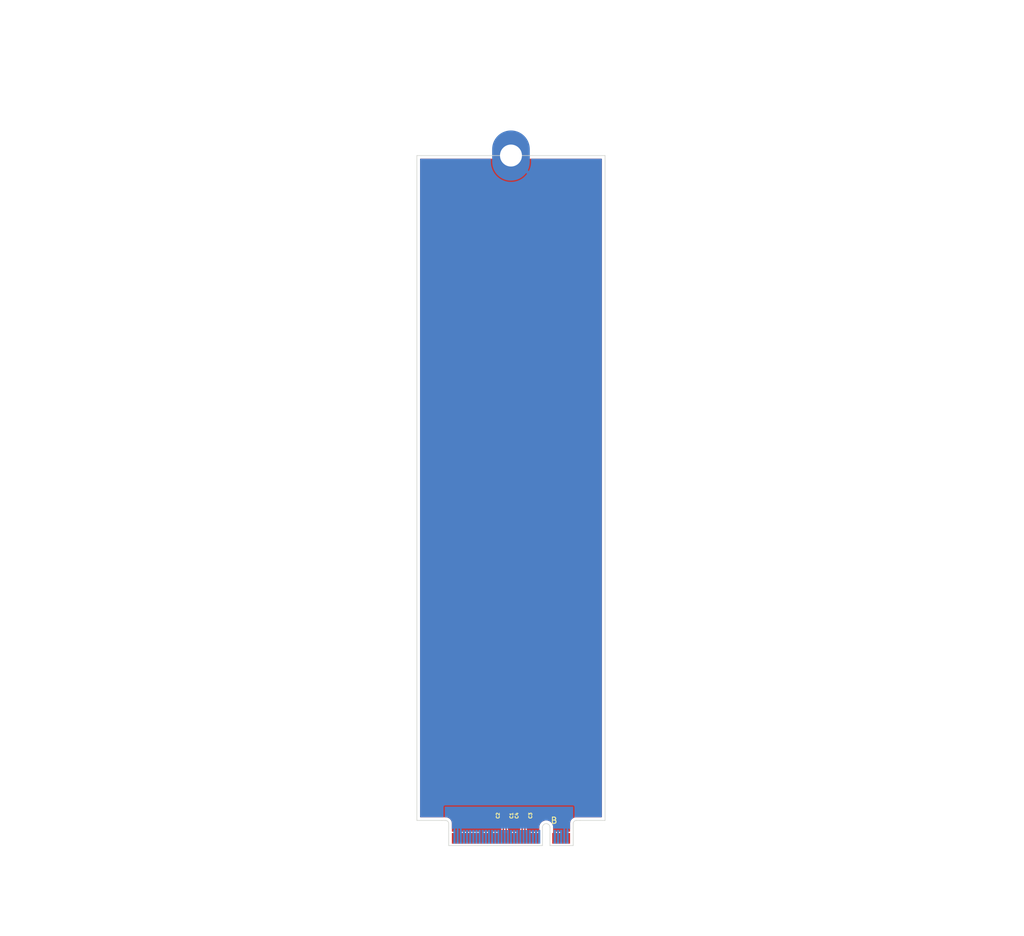
<source format=kicad_pcb>
(kicad_pcb (version 20241229) (generator "pcbnew") (generator_version "9.0")
  (layers (0 "F.Cu" signal) (2 "B.Cu" signal) (13 "F.Paste" user) (15 "B.Paste" user) (5 "F.SilkS" user "F.Silkscreen") (7 "B.SilkS" user "B.Silkscreen") (1 "F.Mask" user) (3 "B.Mask" user) (25 "Edge.Cuts" user))
  (net 0 "")
  (net 1 "/M.2 B key/PET1N")
  (net 2 "/M.2 B key/PET1P")
  (net 3 "/M.2 B key/PET0P")
  (net 4 "/M.2 B key/PET0N")
  (net 5 "/PET1-")
  (net 6 "/PET0-")
  (net 7 "/CONFIG_3")
  (net 8 "+3.3V")
  (net 9 "GND")
  (net 10 "/FULL_CARD_PWR_OFF#")
  (net 11 "/USB_D+")
  (net 12 "/W_DISABLE1#")
  (net 13 "/USB_D-")
  (net 14 "/GPIO_9{slash}LED#1")
  (net 15 "/GPIO_5")
  (net 16 "/CONFIG_0")
  (net 17 "/GPIO_6")
  (net 18 "/DPR")
  (net 19 "/GPIO_7")
  (net 20 "/GPIO_11")
  (net 21 "/GPIO_10")
  (net 22 "/GPIO_8")
  (net 23 "/UIM-RESET")
  (net 24 "/UIM-CLK")
  (net 25 "/UIM-DATA")
  (net 26 "/PER1-")
  (net 27 "/UIM-PWR")
  (net 28 "/PER1+")
  (net 29 "/DEVSLP")
  (net 30 "/GPIO_0")
  (net 31 "/GPIO_1")
  (net 32 "/GPIO_2")
  (net 33 "/GPIO_3")
  (net 34 "/PER0-")
  (net 35 "/GPIO_4")
  (net 36 "/PER0+")
  (net 37 "/PERST#")
  (net 38 "/CLKREQ#")
  (net 39 "/REFCLK-")
  (net 40 "/PEWAKE#")
  (net 41 "/REFCLK+")
  (net 44 "/ANTCTL0")
  (net 46 "/ANTCTL1")
  (net 48 "/ANTCTL2")
  (net 50 "/ANTCTL3")
  (net 51 "/SIM_DETECT")
  (net 52 "/RESET#")
  (net 53 "/SUSCLK")
  (net 54 "/CONFIG_1")
  (net 55 "/CONFIG_2")
  (net 56 "/PET0+")
  (net 57 "/PET1+")
  (footprint "Capacitor_SMD:C_0201_0603Metric" (layer "F.Cu") (at 110.41 153.47 90)
    (property "Reference" "C4" (at 0 -0.72 90) (layer "F.SilkS") (effects (font (size 0.5 0.5))))
    (property "Value" "220nF")
    (pad "1" smd roundrect (at -0.32 0 90) (size 0.46 0.4) (layers "F.Cu" "F.Mask") (net 2 "/M.2 B key/PET1P"))
    (pad "2" smd roundrect (at 0.32 0 90) (size 0.46 0.4) (layers "F.Cu" "F.Mask") (net 57 "/PET1+"))
  )
  (footprint "Capacitor_SMD:C_0201_0603Metric" (layer "F.Cu") (at 108.11 153.47 90)
    (property "Reference" "C1" (at 0 0.73 270) (layer "F.SilkS") (effects (font (size 0.5 0.5))))
    (property "Value" "220nF")
    (pad "1" smd roundrect (at -0.32 0 90) (size 0.46 0.4) (layers "F.Cu" "F.Mask") (net 4 "/M.2 B key/PET0N"))
    (pad "2" smd roundrect (at 0.32 0 90) (size 0.46 0.4) (layers "F.Cu" "F.Mask") (net 6 "/PET0-"))
  )
  (footprint "Capacitor_SMD:C_0201_0603Metric" (layer "F.Cu") (at 111.11 153.47 90)
    (property "Reference" "C3" (at 0 0.75 90) (layer "F.SilkS") (effects (font (size 0.5 0.5))))
    (property "Value" "220nF")
    (pad "1" smd roundrect (at -0.32 0 90) (size 0.46 0.4) (layers "F.Cu" "F.Mask") (net 1 "/M.2 B key/PET1N"))
    (pad "2" smd roundrect (at 0.32 0 90) (size 0.46 0.4) (layers "F.Cu" "F.Mask") (net 5 "/PET1-"))
  )
  (footprint "Capacitor_SMD:C_0201_0603Metric" (layer "F.Cu") (at 107.41 153.47 90)
    (property "Reference" "C2" (at 0 -0.73 90) (layer "F.SilkS") (effects (font (size 0.5 0.5))))
    (property "Value" "220nF")
    (pad "1" smd roundrect (at -0.32 0 90) (size 0.46 0.4) (layers "F.Cu" "F.Mask") (net 3 "/M.2 B key/PET0P"))
    (pad "2" smd roundrect (at 0.32 0 90) (size 0.46 0.4) (layers "F.Cu" "F.Mask") (net 56 "/PET0+"))
  )
  (footprint "PCIexpress:M.2 B Key Connector" (layer "F.Cu") (at 108.76 157.13)
    (property "Reference" "J1")
    (property "Value" "~")
    (fp_line (start -11 -2.89) (end -10.425 -2.89) (stroke (width 0.1)) (layer "Edge.Cuts") (net 1))
    (fp_line (start -9.925 -2.39) (end -9.925 1.11) (stroke (width 0.1)) (layer "Edge.Cuts") (net 1))
    (fp_line (start 5.02 -1.79) (end 5.02 1.11) (stroke (width 0.1)) (layer "Edge.Cuts") (net 1))
    (fp_line (start 5.02 1.11) (end -9.925 1.11) (stroke (width 0.1)) (layer "Edge.Cuts") (net 1))
    (fp_line (start 6.22 -1.79) (end 6.22 1.11) (stroke (width 0.1)) (layer "Edge.Cuts") (net 1))
    (fp_line (start 6.225333 1.11) (end 9.925 1.11) (stroke (width 0.1)) (layer "Edge.Cuts") (net 1))
    (fp_line (start 9.925 -2.39) (end 9.925 1.11) (stroke (width 0.1)) (layer "Edge.Cuts") (net 1))
    (fp_line (start 10.425 -2.89) (end 11 -2.89) (stroke (width 0.1)) (layer "Edge.Cuts") (net 1))
    (fp_arc (start -10.425 -2.89) (mid -10.071447 -2.743553) (end -9.925 -2.39) (stroke (width 0.1)) (layer "Edge.Cuts") (net 1))
    (fp_arc (start 5.02 -1.79) (mid 5.62 -2.39) (end 6.22 -1.79) (stroke (width 0.1)) (layer "Edge.Cuts") (net 1))
    (fp_arc (start 9.925 -2.39) (mid 10.071447 -2.743553) (end 10.425 -2.89) (stroke (width 0.1)) (layer "Edge.Cuts") (net 1))
    (fp_text user "B" (at 6.27 -2.3 0) (layer "F.SilkS") (effects (justify left bottom)))
    (pad "1" smd rect (at 9.25 -0.04 180) (size 0.35 1.7) (layers "F.Cu") (net 7 "/CONFIG_3"))
    (pad "2" smd rect (at 9 -0.29 180) (size 0.35 2.2) (layers "B.Cu") (net 8 "+3.3V"))
    (pad "3" smd rect (at 8.75 -0.04 180) (size 0.35 1.7) (layers "F.Cu") (net 9 "GND"))
    (pad "4" smd rect (at 8.5 -0.29 180) (size 0.35 2.2) (layers "B.Cu") (net 8 "+3.3V"))
    (pad "5" smd rect (at 8.25 -0.04 180) (size 0.35 1.7) (layers "F.Cu") (net 9 "GND"))
    (pad "6" smd rect (at 8 -0.29 180) (size 0.35 2.2) (layers "B.Cu") (net 10 "/FULL_CARD_PWR_OFF#"))
    (pad "7" smd rect (at 7.75 -0.04 180) (size 0.35 1.7) (layers "F.Cu") (net 11 "/USB_D+"))
    (pad "8" smd rect (at 7.5 -0.29 180) (size 0.35 2.2) (layers "B.Cu") (net 12 "/W_DISABLE1#"))
    (pad "9" smd rect (at 7.25 -0.04 180) (size 0.35 1.7) (layers "F.Cu") (net 13 "/USB_D-"))
    (pad "10" smd rect (at 7 -0.29 180) (size 0.35 2.2) (layers "B.Cu") (net 14 "/GPIO_9{slash}LED#1"))
    (pad "11" smd rect (at 6.75 -0.04 180) (size 0.35 1.7) (layers "F.Cu") (net 9 "GND"))
    (pad "20" smd rect (at 4.5 -0.29 180) (size 0.35 2.2) (layers "B.Cu") (net 15 "/GPIO_5"))
    (pad "21" smd rect (at 4.25 -0.04 180) (size 0.35 1.7) (layers "F.Cu") (net 16 "/CONFIG_0"))
    (pad "22" smd rect (at 4 -0.29 180) (size 0.35 2.2) (layers "B.Cu") (net 17 "/GPIO_6"))
    (pad "23" smd rect (at 3.75 -0.04 180) (size 0.35 1.7) (layers "F.Cu") (net 18 "/DPR"))
    (pad "24" smd rect (at 3.5 -0.29 180) (size 0.35 2.2) (layers "B.Cu") (net 19 "/GPIO_7"))
    (pad "25" smd rect (at 3.25 -0.04 180) (size 0.35 1.7) (layers "F.Cu") (net 20 "/GPIO_11"))
    (pad "26" smd rect (at 3 -0.29 180) (size 0.35 2.2) (layers "B.Cu") (net 21 "/GPIO_10"))
    (pad "27" smd rect (at 2.75 -0.04 180) (size 0.35 1.7) (layers "F.Cu") (net 9 "GND"))
    (pad "28" smd rect (at 2.5 -0.29 180) (size 0.35 2.2) (layers "B.Cu") (net 22 "/GPIO_8"))
    (pad "29" smd rect (at 2.25 -0.04 180) (size 0.35 1.7) (layers "F.Cu") (net 1 "/M.2 B key/PET1N"))
    (pad "30" smd rect (at 2 -0.29 180) (size 0.35 2.2) (layers "B.Cu") (net 23 "/UIM-RESET"))
    (pad "31" smd rect (at 1.75 -0.04 180) (size 0.35 1.7) (layers "F.Cu") (net 2 "/M.2 B key/PET1P"))
    (pad "32" smd rect (at 1.5 -0.29 180) (size 0.35 2.2) (layers "B.Cu") (net 24 "/UIM-CLK"))
    (pad "33" smd rect (at 1.25 -0.04 180) (size 0.35 1.7) (layers "F.Cu") (net 9 "GND"))
    (pad "34" smd rect (at 1 -0.29 180) (size 0.35 2.2) (layers "B.Cu") (net 25 "/UIM-DATA"))
    (pad "35" smd rect (at 0.75 -0.04 180) (size 0.35 1.7) (layers "F.Cu") (net 26 "/PER1-"))
    (pad "36" smd rect (at 0.5 -0.29 180) (size 0.35 2.2) (layers "B.Cu") (net 27 "/UIM-PWR"))
    (pad "37" smd rect (at 0.25 -0.04 180) (size 0.35 1.7) (layers "F.Cu") (net 28 "/PER1+"))
    (pad "38" smd rect (at 0 -0.29 180) (size 0.35 2.2) (layers "B.Cu") (net 29 "/DEVSLP"))
    (pad "39" smd rect (at -0.25 -0.04 180) (size 0.35 1.7) (layers "F.Cu") (net 9 "GND"))
    (pad "40" smd rect (at -0.5 -0.29 180) (size 0.35 2.2) (layers "B.Cu") (net 30 "/GPIO_0"))
    (pad "41" smd rect (at -0.75 -0.04 180) (size 0.35 1.7) (layers "F.Cu") (net 4 "/M.2 B key/PET0N"))
    (pad "42" smd rect (at -1 -0.29 180) (size 0.35 2.2) (layers "B.Cu") (net 31 "/GPIO_1"))
    (pad "43" smd rect (at -1.25 -0.04 180) (size 0.35 1.7) (layers "F.Cu") (net 3 "/M.2 B key/PET0P"))
    (pad "44" smd rect (at -1.5 -0.29 180) (size 0.35 2.2) (layers "B.Cu") (net 32 "/GPIO_2"))
    (pad "45" smd rect (at -1.75 -0.04 180) (size 0.35 1.7) (layers "F.Cu") (net 9 "GND"))
    (pad "46" smd rect (at -2 -0.29 180) (size 0.35 2.2) (layers "B.Cu") (net 33 "/GPIO_3"))
    (pad "47" smd rect (at -2.25 -0.04 180) (size 0.35 1.7) (layers "F.Cu") (net 34 "/PER0-"))
    (pad "48" smd rect (at -2.5 -0.29 180) (size 0.35 2.2) (layers "B.Cu") (net 35 "/GPIO_4"))
    (pad "49" smd rect (at -2.75 -0.04 180) (size 0.35 1.7) (layers "F.Cu") (net 36 "/PER0+"))
    (pad "50" smd rect (at -3 -0.29 180) (size 0.35 2.2) (layers "B.Cu") (net 37 "/PERST#"))
    (pad "51" smd rect (at -3.25 -0.04 180) (size 0.35 1.7) (layers "F.Cu") (net 9 "GND"))
    (pad "52" smd rect (at -3.5 -0.29 180) (size 0.35 2.2) (layers "B.Cu") (net 38 "/CLKREQ#"))
    (pad "53" smd rect (at -3.75 -0.04 180) (size 0.35 1.7) (layers "F.Cu") (net 39 "/REFCLK-"))
    (pad "54" smd rect (at -4 -0.29 180) (size 0.35 2.2) (layers "B.Cu") (net 40 "/PEWAKE#"))
    (pad "55" smd rect (at -4.25 -0.04 180) (size 0.35 1.7) (layers "F.Cu") (net 41 "/REFCLK+"))
    (pad "56" smd rect (at -4.5 -0.29 180) (size 0.35 2.2) (layers "B.Cu"))
    (pad "57" smd rect (at -4.75 -0.04 180) (size 0.35 1.7) (layers "F.Cu") (net 9 "GND"))
    (pad "58" smd rect (at -5 -0.29 180) (size 0.35 2.2) (layers "B.Cu"))
    (pad "59" smd rect (at -5.25 -0.04 180) (size 0.35 1.7) (layers "F.Cu") (net 44 "/ANTCTL0"))
    (pad "60" smd rect (at -5.5 -0.29 180) (size 0.35 2.2) (layers "B.Cu"))
    (pad "61" smd rect (at -5.75 -0.04 180) (size 0.35 1.7) (layers "F.Cu") (net 46 "/ANTCTL1"))
    (pad "62" smd rect (at -6 -0.29 180) (size 0.35 2.2) (layers "B.Cu"))
    (pad "63" smd rect (at -6.25 -0.04 180) (size 0.35 1.7) (layers "F.Cu") (net 48 "/ANTCTL2"))
    (pad "64" smd rect (at -6.5 -0.29 180) (size 0.35 2.2) (layers "B.Cu"))
    (pad "65" smd rect (at -6.75 -0.04 180) (size 0.35 1.7) (layers "F.Cu") (net 50 "/ANTCTL3"))
    (pad "66" smd rect (at -7 -0.29 180) (size 0.35 2.2) (layers "B.Cu") (net 51 "/SIM_DETECT"))
    (pad "67" smd rect (at -7.25 -0.04 180) (size 0.35 1.7) (layers "F.Cu") (net 52 "/RESET#"))
    (pad "68" smd rect (at -7.5 -0.29 180) (size 0.35 2.2) (layers "B.Cu") (net 53 "/SUSCLK"))
    (pad "69" smd rect (at -7.75 -0.04 180) (size 0.35 1.7) (layers "F.Cu") (net 54 "/CONFIG_1"))
    (pad "70" smd rect (at -8 -0.29 180) (size 0.35 2.2) (layers "B.Cu") (net 8 "+3.3V"))
    (pad "71" smd rect (at -8.25 -0.04 180) (size 0.35 1.7) (layers "F.Cu") (net 9 "GND"))
    (pad "72" smd rect (at -8.5 -0.29 180) (size 0.35 2.2) (layers "B.Cu") (net 8 "+3.3V"))
    (pad "73" smd rect (at -8.75 -0.04 180) (size 0.35 1.7) (layers "F.Cu") (net 9 "GND"))
    (pad "74" smd rect (at -9 -0.29 180) (size 0.35 2.2) (layers "B.Cu") (net 8 "+3.3V"))
    (pad "75" smd rect (at -9.25 -0.04 180) (size 0.35 1.7) (layers "F.Cu") (net 55 "/CONFIG_2"))
  )
  (footprint "Athena KiCAd library:M.2 Mounting Pad" (layer "F.Cu") (at 108.76 48.24)
    (property "Reference" "H1")
    (property "Value" "MountingHole_Pad")
    (pad "1" thru_hole circle (at 0 0) (size 5.5 5.5) (drill 3.5) (property pad_prop_castellated) (layers "*.Cu" "*.Mask") (net 9 "GND") (padstack (mode front_inner_back) (layer "Inner" (shape circle) (size 5.5 5.5)) (layer "B.Cu" (shape oval) (size 6 8))))
  )
  (gr_line (start 119.76 154.24) (end 123.76 154.24) (stroke (width 0.1)) (layer "Edge.Cuts"))
  (gr_line (start 123.76 48.24) (end 93.76 48.24) (stroke (width 0.1)) (layer "Edge.Cuts"))
  (gr_line (start 123.76 154.24) (end 123.76 48.24) (stroke (width 0.1)) (layer "Edge.Cuts"))
  (gr_line (start 97.76 154.24) (end 93.76 154.24) (stroke (width 0.1)) (layer "Edge.Cuts"))
  (gr_line (start 93.76 48.24) (end 93.76 154.24) (stroke (width 0.1)) (layer "Edge.Cuts"))
  (segment (start 111.11 154.135001) (end 111.11 153.79) (width 0.2) (layer "F.Cu") (net 1))
  (segment (start 110.985 154.260001) (end 111.11 154.135001) (width 0.2) (layer "F.Cu") (net 1))
  (segment (start 110.985 155.789999) (end 110.985 154.260001) (width 0.2) (layer "F.Cu") (net 1))
  (segment (start 111.01 155.814999) (end 110.985 155.789999) (width 0.2) (layer "F.Cu") (net 1))
  (segment (start 111.01 157.09) (end 111.01 155.814999) (width 0.2) (layer "F.Cu") (net 1))
  (segment (start 110.535 155.789999) (end 110.535 154.260001) (width 0.2) (layer "F.Cu") (net 2))
  (segment (start 110.51 157.09) (end 110.51 155.814999) (width 0.2) (layer "F.Cu") (net 2))
  (segment (start 110.41 154.135001) (end 110.41 153.79) (width 0.2) (layer "F.Cu") (net 2))
  (segment (start 110.535 154.260001) (end 110.41 154.135001) (width 0.2) (layer "F.Cu") (net 2))
  (segment (start 110.51 155.814999) (end 110.535 155.789999) (width 0.2) (layer "F.Cu") (net 2))
  (segment (start 107.535 154.260001) (end 107.41 154.135001) (width 0.2) (layer "F.Cu") (net 3))
  (segment (start 107.41 154.135001) (end 107.41 153.79) (width 0.2) (layer "F.Cu") (net 3))
  (segment (start 107.51 155.814999) (end 107.535 155.789999) (width 0.2) (layer "F.Cu") (net 3))
  (segment (start 107.51 157.09) (end 107.51 155.814999) (width 0.2) (layer "F.Cu") (net 3))
  (segment (start 107.535 155.789999) (end 107.535 154.260001) (width 0.2) (layer "F.Cu") (net 3))
  (segment (start 108.01 157.09) (end 108.01 155.814999) (width 0.2) (layer "F.Cu") (net 4))
  (segment (start 107.985 154.260001) (end 108.11 154.135001) (width 0.2) (layer "F.Cu") (net 4))
  (segment (start 107.985 155.789999) (end 107.985 154.260001) (width 0.2) (layer "F.Cu") (net 4))
  (segment (start 108.01 155.814999) (end 107.985 155.789999) (width 0.2) (layer "F.Cu") (net 4))
  (segment (start 108.11 154.135001) (end 108.11 153.79) (width 0.2) (layer "F.Cu") (net 4))
  (zone (net 9) (net_name "GND") (layers "F.Cu" "B.Cu") (connect_pads (clearance 0.15)) (min_thickness 0.15) (fill yes (thermal_gap 0.2) (thermal_bridge_width 0.5))
    (polygon (pts (xy 93.76 156.48) (xy 93.76 48.24) (xy 123.76 48.24) (xy 123.76 156.48)))
  )
  (zone (net 8) (net_name "+3.3V") (layer "B.Cu") (priority 1) (connect_pads (clearance 0.2)) (min_thickness 0.1) (fill yes (thermal_gap 0.2) (thermal_bridge_width 0.25))
    (polygon (pts (xy 118.68 156.42) (xy 118.68 152.055) (xy 118.665 152.04) (xy 98.21 152.04) (xy 98.21 156.67) (xy 118.43 156.67)))
  )
)
</source>
